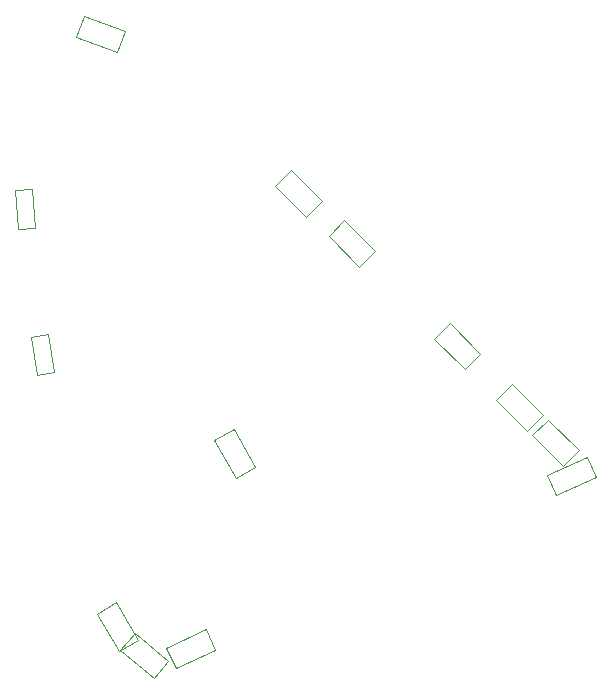
<source format=gbr>
%TF.GenerationSoftware,KiCad,Pcbnew,9.0.6-rc1-2-g790dee114b*%
%TF.CreationDate,2025-10-17T23:20:01-04:00*%
%TF.ProjectId,MetamerBoard,4d657461-6d65-4724-926f-6172642e6b69,rev?*%
%TF.SameCoordinates,Original*%
%TF.FileFunction,Other,User*%
%FSLAX45Y45*%
G04 Gerber Fmt 4.5, Leading zero omitted, Abs format (unit mm)*
G04 Created by KiCad (PCBNEW 9.0.6-rc1-2-g790dee114b) date 2025-10-17 23:20:01*
%MOMM*%
%LPD*%
G01*
G04 APERTURE LIST*
%ADD10C,0.050000*%
G04 APERTURE END LIST*
D10*
%TO.C,D16*%
X14177372Y-11177273D02*
X14362372Y-11497702D01*
X14012828Y-11272273D02*
X14177372Y-11177273D01*
X14362372Y-11497702D02*
X14197828Y-11592702D01*
X14197828Y-11592702D02*
X14012828Y-11272273D01*
%TO.C,D12*%
X16832650Y-11564741D02*
X17169336Y-11411305D01*
X16911442Y-11737634D02*
X16832650Y-11564741D01*
X17169336Y-11411305D02*
X17248128Y-11584198D01*
X17248128Y-11584198D02*
X16911442Y-11737634D01*
%TO.C,D11*%
X16836749Y-11096480D02*
X17098379Y-11358109D01*
X16702399Y-11230830D02*
X16836749Y-11096480D01*
X17098379Y-11358109D02*
X16964029Y-11492459D01*
X16964029Y-11492459D02*
X16702399Y-11230830D01*
%TO.C,D10*%
X16664029Y-11192459D02*
X16402399Y-10930830D01*
X16798379Y-11058109D02*
X16664029Y-11192459D01*
X16402399Y-10930830D02*
X16536749Y-10796480D01*
X16536749Y-10796480D02*
X16798379Y-11058109D01*
%TO.C,D9*%
X16134029Y-10672459D02*
X15872399Y-10410830D01*
X16268379Y-10538109D02*
X16134029Y-10672459D01*
X15872399Y-10410830D02*
X16006749Y-10276480D01*
X16006749Y-10276480D02*
X16268379Y-10538109D01*
%TO.C,D8*%
X15244029Y-9802459D02*
X14982399Y-9540830D01*
X15378379Y-9668109D02*
X15244029Y-9802459D01*
X14982399Y-9540830D02*
X15116749Y-9406480D01*
X15116749Y-9406480D02*
X15378379Y-9668109D01*
%TO.C,D7*%
X14666749Y-8986480D02*
X14928379Y-9248109D01*
X14532399Y-9120830D02*
X14666749Y-8986480D01*
X14928379Y-9248109D02*
X14794029Y-9382459D01*
X14794029Y-9382459D02*
X14532399Y-9120830D01*
%TO.C,D6*%
X13191740Y-7987014D02*
X12844054Y-7860467D01*
X13256724Y-7808472D02*
X13191740Y-7987014D01*
X12844054Y-7860467D02*
X12909038Y-7681925D01*
X12909038Y-7681925D02*
X13256724Y-7808472D01*
%TO.C,D5*%
X12349082Y-9484160D02*
X12326062Y-9154964D01*
X12494726Y-9473975D02*
X12349082Y-9484160D01*
X12326062Y-9154964D02*
X12471706Y-9144779D01*
X12471706Y-9144779D02*
X12494726Y-9473975D01*
%TO.C,D4*%
X12517150Y-10719639D02*
X12459846Y-10394653D01*
X12660932Y-10694287D02*
X12517150Y-10719639D01*
X12459846Y-10394653D02*
X12603628Y-10369300D01*
X12603628Y-10369300D02*
X12660932Y-10694287D01*
%TO.C,D3*%
X13185161Y-12644255D02*
X13370161Y-12964684D01*
X13020617Y-12739255D02*
X13185161Y-12644255D01*
X13370161Y-12964684D02*
X13205617Y-13059684D01*
X13205617Y-13059684D02*
X13020617Y-12739255D01*
%TO.C,D2*%
X13501042Y-13286159D02*
X13217606Y-13048328D01*
X13623172Y-13140611D02*
X13501042Y-13286159D01*
X13217606Y-13048328D02*
X13339736Y-12902780D01*
X13339736Y-12902780D02*
X13623172Y-13140611D01*
%TO.C,D1*%
X13607573Y-13029055D02*
X13942907Y-12872686D01*
X13687871Y-13201253D02*
X13607573Y-13029055D01*
X13942907Y-12872686D02*
X14023205Y-13044884D01*
X14023205Y-13044884D02*
X13687871Y-13201253D01*
%TD*%
M02*

</source>
